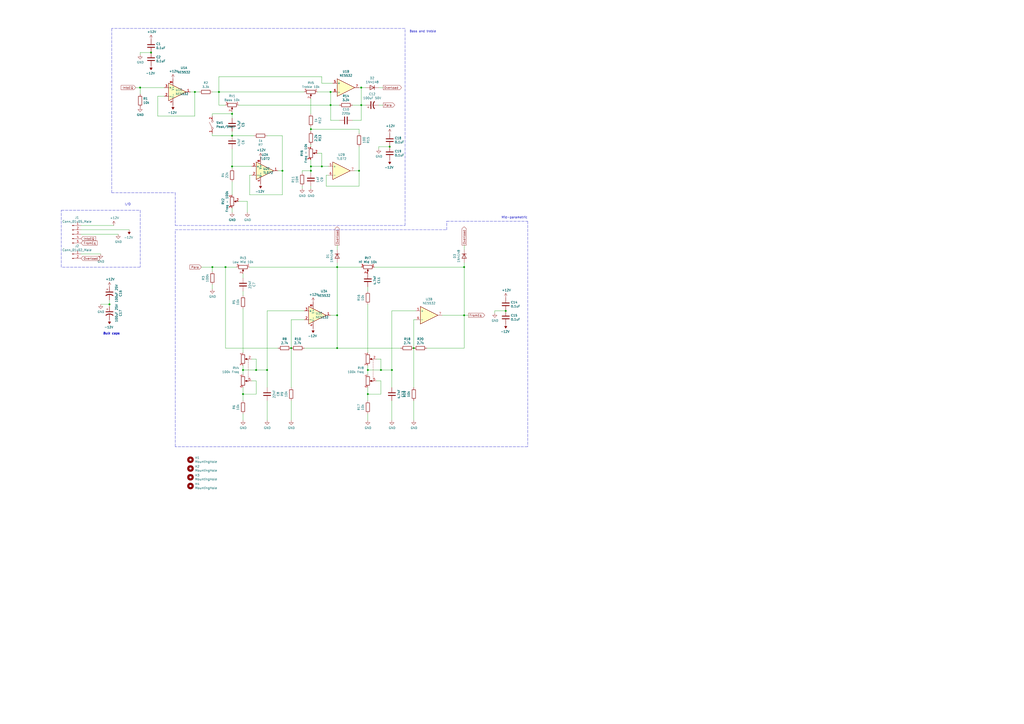
<source format=kicad_sch>
(kicad_sch (version 20200602) (host eeschema "(5.99.0-1918-g94cd0cf3a)")
  (page 1 1)
  (paper "A2")
  (lib_symbols
    (symbol "Amplifier_Operational:NE5532" (pin_names (offset 0.127))
      (property "Reference" "U" (at 0 5.08 0))
      (property "Value" "NE5532" (at 0 -5.08 0))
      (symbol "NE5532_1_1"
        (polyline (pts (xy -5.08 5.08) (xy 5.08 0) (xy -5.08 -5.08) (xy -5.08 5.08)) (stroke (width 0.254)) (fill (type background)))
        (pin output line (at 7.62 0 180) (length 2.54) (name "~") (number "1"))
        (pin input line (at -7.62 -2.54 0) (length 2.54) (name "-") (number "2"))
        (pin input line (at -7.62 2.54 0) (length 2.54) (name "+") (number "3"))
      )
      (symbol "NE5532_2_1"
        (polyline (pts (xy -5.08 5.08) (xy 5.08 0) (xy -5.08 -5.08) (xy -5.08 5.08)) (stroke (width 0.254)) (fill (type background)))
        (pin input line (at -7.62 2.54 0) (length 2.54) (name "+") (number "5"))
        (pin input line (at -7.62 -2.54 0) (length 2.54) (name "-") (number "6"))
        (pin output line (at 7.62 0 180) (length 2.54) (name "~") (number "7"))
      )
      (symbol "NE5532_3_1"
        (pin power_in line (at -2.54 -7.62 90) (length 3.81) (name "V-") (number "4"))
        (pin power_in line (at -2.54 7.62 270) (length 3.81) (name "V+") (number "8"))
      )
    )
    (symbol "Amplifier_Operational:TL072" (pin_names (offset 0.127))
      (property "Reference" "U" (at 0 5.08 0))
      (property "Value" "TL072" (at 0 -5.08 0))
      (symbol "TL072_1_1"
        (polyline (pts (xy -5.08 5.08) (xy 5.08 0) (xy -5.08 -5.08) (xy -5.08 5.08)) (stroke (width 0.254)) (fill (type background)))
        (pin output line (at 7.62 0 180) (length 2.54) (name "~") (number "1"))
        (pin input line (at -7.62 -2.54 0) (length 2.54) (name "-") (number "2"))
        (pin input line (at -7.62 2.54 0) (length 2.54) (name "+") (number "3"))
      )
      (symbol "TL072_2_1"
        (polyline (pts (xy -5.08 5.08) (xy 5.08 0) (xy -5.08 -5.08) (xy -5.08 5.08)) (stroke (width 0.254)) (fill (type background)))
        (pin input line (at -7.62 2.54 0) (length 2.54) (name "+") (number "5"))
        (pin input line (at -7.62 -2.54 0) (length 2.54) (name "-") (number "6"))
        (pin output line (at 7.62 0 180) (length 2.54) (name "~") (number "7"))
      )
      (symbol "TL072_3_1"
        (pin power_in line (at -2.54 -7.62 90) (length 3.81) (name "V-") (number "4"))
        (pin power_in line (at -2.54 7.62 270) (length 3.81) (name "V+") (number "8"))
      )
    )
    (symbol "Connector:Conn_01x02_Male" (pin_names hide)
      (property "Reference" "J" (at 0 2.54 0))
      (property "Value" "Conn_01x02_Male" (at 0 -5.08 0))
      (symbol "Conn_01x02_Male_1_1"
        (rectangle (start 0.8636 -2.413) (end 0 -2.667) (stroke (width 0.1524)) (fill (type outline)))
        (rectangle (start 0.8636 0.127) (end 0 -0.127) (stroke (width 0.1524)) (fill (type outline)))
        (polyline (pts (xy 1.27 -2.54) (xy 0.8636 -2.54)) (stroke (width 0.1524)))
        (polyline (pts (xy 1.27 0) (xy 0.8636 0)) (stroke (width 0.1524)))
        (pin passive line (at 5.08 0 180) (length 3.81) (name "Pin_1") (number "1"))
        (pin passive line (at 5.08 -2.54 180) (length 3.81) (name "Pin_2") (number "2"))
      )
    )
    (symbol "Connector:Conn_01x05_Male" (pin_names hide)
      (property "Reference" "J" (at 0 7.62 0))
      (property "Value" "Conn_01x05_Male" (at 0 -7.62 0))
      (symbol "Conn_01x05_Male_1_1"
        (rectangle (start 0.8636 -4.953) (end 0 -5.207) (stroke (width 0.1524)) (fill (type outline)))
        (rectangle (start 0.8636 -2.413) (end 0 -2.667) (stroke (width 0.1524)) (fill (type outline)))
        (rectangle (start 0.8636 0.127) (end 0 -0.127) (stroke (width 0.1524)) (fill (type outline)))
        (rectangle (start 0.8636 2.667) (end 0 2.413) (stroke (width 0.1524)) (fill (type outline)))
        (rectangle (start 0.8636 5.207) (end 0 4.953) (stroke (width 0.1524)) (fill (type outline)))
        (polyline (pts (xy 1.27 -5.08) (xy 0.8636 -5.08)) (stroke (width 0.1524)))
        (polyline (pts (xy 1.27 -2.54) (xy 0.8636 -2.54)) (stroke (width 0.1524)))
        (polyline (pts (xy 1.27 0) (xy 0.8636 0)) (stroke (width 0.1524)))
        (polyline (pts (xy 1.27 2.54) (xy 0.8636 2.54)) (stroke (width 0.1524)))
        (polyline (pts (xy 1.27 5.08) (xy 0.8636 5.08)) (stroke (width 0.1524)))
        (pin passive line (at 5.08 5.08 180) (length 3.81) (name "Pin_1") (number "1"))
        (pin passive line (at 5.08 2.54 180) (length 3.81) (name "Pin_2") (number "2"))
        (pin passive line (at 5.08 0 180) (length 3.81) (name "Pin_3") (number "3"))
        (pin passive line (at 5.08 -2.54 180) (length 3.81) (name "Pin_4") (number "4"))
        (pin passive line (at 5.08 -5.08 180) (length 3.81) (name "Pin_5") (number "5"))
      )
    )
    (symbol "Device:C" (pin_numbers hide) (pin_names (offset 0.254))
      (property "Reference" "C" (at 0.635 2.54 0))
      (property "Value" "C" (at 0.635 -2.54 0))
      (symbol "C_0_1"
        (polyline (pts (xy -2.032 -0.762) (xy 2.032 -0.762)) (stroke (width 0.508)))
        (polyline (pts (xy -2.032 0.762) (xy 2.032 0.762)) (stroke (width 0.508)))
      )
      (symbol "C_1_1"
        (pin passive line (at 0 3.81 270) (length 2.794) (name "~") (number "1"))
        (pin passive line (at 0 -3.81 90) (length 2.794) (name "~") (number "2"))
      )
    )
    (symbol "Device:CP1" (pin_numbers hide) (pin_names (offset 0.254) hide)
      (property "Reference" "C" (at 0.635 2.54 0))
      (property "Value" "CP1" (at 0.635 -2.54 0))
      (symbol "CP1_0_1"
        (arc (start -2.032 -1.27) (end 2.032 -1.27) (radius (at 0 -3.81) (length 3.2512) (angles 128.7 51.3)) (stroke (width 0.508)))
        (polyline (pts (xy -2.032 0.762) (xy 2.032 0.762)) (stroke (width 0.508)))
        (polyline (pts (xy -1.778 2.286) (xy -0.762 2.286)))
        (polyline (pts (xy -1.27 1.778) (xy -1.27 2.794)))
      )
      (symbol "CP1_1_1"
        (pin passive line (at 0 3.81 270) (length 2.794) (name "~") (number "1"))
        (pin passive line (at 0 -3.81 90) (length 3.302) (name "~") (number "2"))
      )
    )
    (symbol "Device:R" (pin_numbers hide) (pin_names (offset 0))
      (property "Reference" "R" (at 2.032 0 90))
      (property "Value" "R" (at 0 0 90))
      (symbol "R_0_1"
        (rectangle (start -1.016 -2.54) (end 1.016 2.54) (stroke (width 0.254)))
      )
      (symbol "R_1_1"
        (pin passive line (at 0 3.81 270) (length 1.27) (name "~") (number "1"))
        (pin passive line (at 0 -3.81 90) (length 1.27) (name "~") (number "2"))
      )
    )
    (symbol "Device:R_POT" (pin_names hide)
      (property "Reference" "RV" (at -4.445 0 90))
      (property "Value" "R_POT" (at -2.54 0 90))
      (symbol "R_POT_0_1"
        (rectangle (start 1.016 2.54) (end -1.016 -2.54) (stroke (width 0.254)))
        (polyline (pts (xy 2.54 0) (xy 1.524 0)))
        (polyline (pts (xy 1.143 0) (xy 2.286 0.508) (xy 2.286 -0.508) (xy 1.143 0)) (fill (type outline)))
      )
      (symbol "R_POT_1_1"
        (pin passive line (at 0 3.81 270) (length 1.27) (name "1") (number "1"))
        (pin passive line (at 3.81 0 180) (length 1.27) (name "2") (number "2"))
        (pin passive line (at 0 -3.81 90) (length 1.27) (name "3") (number "3"))
      )
    )
    (symbol "Device:R_POT_Dual" (pin_names hide)
      (property "Reference" "RV" (at 0 3.81 0))
      (property "Value" "R_POT_Dual" (at 0 1.905 0))
      (symbol "R_POT_Dual_0_1"
        (rectangle (start -8.89 -1.524) (end -3.81 -3.556) (stroke (width 0.254)))
        (rectangle (start 3.81 -1.524) (end 8.89 -3.556) (stroke (width 0.254)))
        (polyline (pts (xy -6.35 0) (xy -6.35 -1.016)))
        (polyline (pts (xy -6.35 0) (xy -6.35 -1.016)))
        (polyline (pts (xy -6.35 0) (xy -5.842 0.508)))
        (polyline (pts (xy -5.588 0.508) (xy -5.08 0.508)))
        (polyline (pts (xy -4.572 0.508) (xy -4.064 0.508)))
        (polyline (pts (xy -3.556 0.508) (xy -3.048 0.508)))
        (polyline (pts (xy -2.54 0.508) (xy -2.032 0.508)))
        (polyline (pts (xy -1.524 0.508) (xy -1.016 0.508)))
        (polyline (pts (xy -0.508 0.508) (xy 0 0.508)))
        (polyline (pts (xy 0.508 0.508) (xy 1.016 0.508)))
        (polyline (pts (xy 1.524 0.508) (xy 2.032 0.508)))
        (polyline (pts (xy 2.54 0.508) (xy 3.048 0.508)))
        (polyline (pts (xy 3.556 0.508) (xy 4.064 0.508)))
        (polyline (pts (xy 4.572 0.508) (xy 5.08 0.508)))
        (polyline (pts (xy 5.588 0.508) (xy 6.096 0.508)))
        (polyline (pts (xy 6.35 0) (xy 6.35 -1.016)))
        (polyline (pts (xy 6.35 0) (xy 6.35 -1.016)))
        (polyline (pts (xy 6.604 0.508) (xy 6.858 0.508) (xy 6.35 0)))
        (polyline (pts (xy -6.35 -1.397) (xy -6.858 -0.254) (xy -5.842 -0.254) (xy -6.35 -1.397)) (fill (type outline)))
        (polyline (pts (xy 6.35 -1.397) (xy 5.842 -0.254) (xy 6.858 -0.254) (xy 6.35 -1.397)) (fill (type outline)))
      )
      (symbol "R_POT_Dual_1_1"
        (pin passive line (at -10.16 -2.54 0) (length 1.27) (name "1") (number "1"))
        (pin passive line (at -6.35 2.54 270) (length 2.54) (name "2") (number "2"))
        (pin passive line (at -2.54 -2.54 180) (length 1.27) (name "3") (number "3"))
        (pin passive line (at 2.54 -2.54 0) (length 1.27) (name "4") (number "4"))
        (pin passive line (at 6.35 2.54 270) (length 2.54) (name "5") (number "5"))
        (pin passive line (at 10.16 -2.54 180) (length 1.27) (name "6") (number "6"))
      )
    )
    (symbol "Diode:1N4148" (pin_numbers hide) (pin_names hide)
      (property "Reference" "D" (at 0 2.54 0))
      (property "Value" "1N4148" (at 0 -2.54 0))
      (symbol "1N4148_0_1"
        (polyline (pts (xy -1.27 1.27) (xy -1.27 -1.27)) (stroke (width 0.254)))
        (polyline (pts (xy 1.27 0) (xy -1.27 0)))
        (polyline (pts (xy 1.27 1.27) (xy 1.27 -1.27) (xy -1.27 0) (xy 1.27 1.27)) (stroke (width 0.254)))
      )
      (symbol "1N4148_1_1"
        (pin passive line (at -3.81 0 0) (length 2.54) (name "K") (number "1"))
        (pin passive line (at 3.81 0 180) (length 2.54) (name "A") (number "2"))
      )
    )
    (symbol "Mechanical:MountingHole"
      (property "Reference" "H" (at 0 5.08 0))
      (property "Value" "MountingHole" (at 0 3.175 0))
      (symbol "MountingHole_0_1"
        (circle (center 0 0) (radius 1.27) (stroke (width 1.27)))
      )
    )
    (symbol "Switch:SW_SPST" (pin_names (offset 0) hide)
      (property "Reference" "SW" (at 0 3.175 0))
      (property "Value" "SW_SPST" (at 0 -2.54 0))
      (symbol "SW_SPST_0_0"
        (circle (center -2.032 0) (radius 0.508))
        (circle (center 2.032 0) (radius 0.508))
        (polyline (pts (xy -1.524 0.254) (xy 1.524 1.778)))
      )
      (symbol "SW_SPST_1_1"
        (pin passive line (at -5.08 0 0) (length 2.54) (name "A") (number "1"))
        (pin passive line (at 5.08 0 180) (length 2.54) (name "B") (number "2"))
      )
    )
    (symbol "power:+12V" (power) (pin_names (offset 0))
      (property "Value" "+12V" (at 0 3.556 0))
      (symbol "+12V_0_1"
        (polyline (pts (xy -0.762 1.27) (xy 0 2.54)))
        (polyline (pts (xy 0 0) (xy 0 2.54)))
        (polyline (pts (xy 0 2.54) (xy 0.762 1.27)))
      )
      (symbol "+12V_1_1"
        (pin power_in line (at 0 0 90) (length 0) hide (name "+12V") (number "1"))
      )
    )
    (symbol "power:-12V" (power) (pin_names (offset 0))
      (property "Value" "-12V" (at 0 3.81 0))
      (symbol "-12V_0_1"
        (polyline (pts (xy 0 0) (xy 0 1.27) (xy 0.762 1.27) (xy 0 2.54) (xy -0.762 1.27) (xy 0 1.27)) (fill (type outline)))
      )
      (symbol "-12V_0_0"
        (pin power_in line (at 0 0 90) (length 0) hide (name "-12V") (number "1"))
      )
    )
    (symbol "power:GND" (power) (pin_names (offset 0))
      (property "Value" "GND" (at 0 -3.81 0))
      (symbol "GND_0_1"
        (polyline (pts (xy 0 0) (xy 0 -1.27) (xy 1.27 -1.27) (xy 0 -2.54) (xy -1.27 -1.27) (xy 0 -1.27)))
      )
      (symbol "GND_1_1"
        (pin power_in line (at 0 0 270) (length 0) hide (name "GND") (number "1"))
      )
    )
  )
  (junction (at 63.5 176.53))
  (junction (at 81.28 50.8))
  (junction (at 87.63 30.48))
  (junction (at 113.03 53.34))
  (junction (at 123.19 154.94))
  (junction (at 127 53.34))
  (junction (at 130.81 154.94))
  (junction (at 134.62 66.04))
  (junction (at 134.62 78.74))
  (junction (at 134.62 96.52))
  (junction (at 140.97 214.63))
  (junction (at 140.97 228.6))
  (junction (at 148.59 214.63))
  (junction (at 154.94 214.63))
  (junction (at 163.83 99.06))
  (junction (at 168.91 201.93))
  (junction (at 180.34 74.93))
  (junction (at 180.34 96.52))
  (junction (at 180.34 99.06))
  (junction (at 186.69 96.52))
  (junction (at 191.77 53.34))
  (junction (at 191.77 60.96))
  (junction (at 195.58 154.94))
  (junction (at 195.58 182.88))
  (junction (at 195.58 201.93))
  (junction (at 208.28 99.06))
  (junction (at 209.55 50.8))
  (junction (at 209.55 60.96))
  (junction (at 213.36 214.63))
  (junction (at 213.36 228.6))
  (junction (at 220.98 214.63))
  (junction (at 226.06 85.09))
  (junction (at 227.33 214.63))
  (junction (at 240.03 201.93))
  (junction (at 269.24 154.94))
  (junction (at 269.24 182.88))
  (junction (at 293.37 180.34))
  (wire (pts (xy 46.99 130.81) (xy 66.04 130.81)))
  (wire (pts (xy 46.99 133.35) (xy 74.93 133.35)))
  (wire (pts (xy 46.99 135.89) (xy 68.58 135.89)))
  (wire (pts (xy 58.42 147.32) (xy 46.99 147.32)))
  (wire (pts (xy 63.5 173.99) (xy 63.5 176.53)))
  (wire (pts (xy 63.5 176.53) (xy 58.42 176.53)))
  (wire (pts (xy 63.5 176.53) (xy 63.5 177.8)))
  (wire (pts (xy 78.74 50.8) (xy 81.28 50.8)))
  (wire (pts (xy 81.28 30.48) (xy 81.28 31.75)))
  (wire (pts (xy 81.28 50.8) (xy 95.25 50.8)))
  (wire (pts (xy 81.28 54.61) (xy 81.28 50.8)))
  (wire (pts (xy 87.63 30.48) (xy 81.28 30.48)))
  (wire (pts (xy 91.44 55.88) (xy 91.44 67.31)))
  (wire (pts (xy 91.44 67.31) (xy 113.03 67.31)))
  (wire (pts (xy 95.25 55.88) (xy 91.44 55.88)))
  (wire (pts (xy 113.03 53.34) (xy 110.49 53.34)))
  (wire (pts (xy 113.03 67.31) (xy 113.03 53.34)))
  (wire (pts (xy 115.57 53.34) (xy 113.03 53.34)))
  (wire (pts (xy 116.84 154.94) (xy 123.19 154.94)))
  (wire (pts (xy 123.19 66.04) (xy 134.62 66.04)))
  (wire (pts (xy 123.19 67.31) (xy 123.19 66.04)))
  (wire (pts (xy 123.19 77.47) (xy 123.19 78.74)))
  (wire (pts (xy 123.19 78.74) (xy 134.62 78.74)))
  (wire (pts (xy 123.19 154.94) (xy 123.19 157.48)))
  (wire (pts (xy 123.19 154.94) (xy 130.81 154.94)))
  (wire (pts (xy 123.19 167.64) (xy 123.19 165.1)))
  (wire (pts (xy 127 44.45) (xy 186.69 44.45)))
  (wire (pts (xy 127 53.34) (xy 123.19 53.34)))
  (wire (pts (xy 127 53.34) (xy 127 44.45)))
  (wire (pts (xy 127 53.34) (xy 127 60.96)))
  (wire (pts (xy 127 53.34) (xy 176.53 53.34)))
  (wire (pts (xy 130.81 60.96) (xy 127 60.96)))
  (wire (pts (xy 130.81 154.94) (xy 130.81 201.93)))
  (wire (pts (xy 130.81 154.94) (xy 137.16 154.94)))
  (wire (pts (xy 134.62 66.04) (xy 134.62 64.77)))
  (wire (pts (xy 134.62 68.58) (xy 134.62 66.04)))
  (wire (pts (xy 134.62 78.74) (xy 134.62 76.2)))
  (wire (pts (xy 134.62 78.74) (xy 147.32 78.74)))
  (wire (pts (xy 134.62 86.36) (xy 134.62 96.52)))
  (wire (pts (xy 134.62 96.52) (xy 134.62 97.79)))
  (wire (pts (xy 134.62 96.52) (xy 146.05 96.52)))
  (wire (pts (xy 134.62 113.03) (xy 134.62 105.41)))
  (wire (pts (xy 134.62 120.65) (xy 134.62 123.19)))
  (wire (pts (xy 138.43 60.96) (xy 191.77 60.96)))
  (wire (pts (xy 138.43 116.84) (xy 143.51 116.84)))
  (wire (pts (xy 140.97 161.29) (xy 140.97 158.75)))
  (wire (pts (xy 140.97 171.45) (xy 140.97 168.91)))
  (wire (pts (xy 140.97 179.07) (xy 140.97 204.47)))
  (wire (pts (xy 140.97 214.63) (xy 140.97 212.09)))
  (wire (pts (xy 140.97 214.63) (xy 148.59 214.63)))
  (wire (pts (xy 140.97 217.17) (xy 140.97 214.63)))
  (wire (pts (xy 140.97 224.79) (xy 140.97 228.6)))
  (wire (pts (xy 140.97 228.6) (xy 140.97 232.41)))
  (wire (pts (xy 140.97 228.6) (xy 148.59 228.6)))
  (wire (pts (xy 140.97 243.84) (xy 140.97 240.03)))
  (wire (pts (xy 143.51 116.84) (xy 143.51 123.19)))
  (wire (pts (xy 144.78 113.03) (xy 144.78 101.6)))
  (wire (pts (xy 144.78 113.03) (xy 163.83 113.03)))
  (wire (pts (xy 144.78 154.94) (xy 195.58 154.94)))
  (wire (pts (xy 146.05 101.6) (xy 144.78 101.6)))
  (wire (pts (xy 148.59 208.28) (xy 146.05 208.28)))
  (wire (pts (xy 148.59 214.63) (xy 148.59 208.28)))
  (wire (pts (xy 148.59 214.63) (xy 154.94 214.63)))
  (wire (pts (xy 148.59 220.98) (xy 146.05 220.98)))
  (wire (pts (xy 148.59 228.6) (xy 148.59 220.98)))
  (wire (pts (xy 154.94 78.74) (xy 163.83 78.74)))
  (wire (pts (xy 154.94 180.34) (xy 176.53 180.34)))
  (wire (pts (xy 154.94 214.63) (xy 154.94 180.34)))
  (wire (pts (xy 154.94 214.63) (xy 154.94 224.79)))
  (wire (pts (xy 154.94 243.84) (xy 154.94 232.41)))
  (wire (pts (xy 161.29 201.93) (xy 130.81 201.93)))
  (wire (pts (xy 163.83 78.74) (xy 163.83 99.06)))
  (wire (pts (xy 163.83 99.06) (xy 161.29 99.06)))
  (wire (pts (xy 163.83 113.03) (xy 163.83 99.06)))
  (wire (pts (xy 168.91 185.42) (xy 176.53 185.42)))
  (wire (pts (xy 168.91 201.93) (xy 168.91 185.42)))
  (wire (pts (xy 168.91 201.93) (xy 168.91 224.79)))
  (wire (pts (xy 168.91 243.84) (xy 168.91 232.41)))
  (wire (pts (xy 175.26 99.06) (xy 180.34 99.06)))
  (wire (pts (xy 175.26 100.33) (xy 175.26 99.06)))
  (wire (pts (xy 175.26 109.22) (xy 175.26 107.95)))
  (wire (pts (xy 176.53 201.93) (xy 195.58 201.93)))
  (wire (pts (xy 180.34 66.04) (xy 180.34 57.15)))
  (wire (pts (xy 180.34 73.66) (xy 180.34 74.93)))
  (wire (pts (xy 180.34 74.93) (xy 180.34 76.2)))
  (wire (pts (xy 180.34 74.93) (xy 208.28 74.93)))
  (wire (pts (xy 180.34 83.82) (xy 180.34 85.09)))
  (wire (pts (xy 180.34 92.71) (xy 180.34 96.52)))
  (wire (pts (xy 180.34 96.52) (xy 186.69 96.52)))
  (wire (pts (xy 180.34 99.06) (xy 180.34 96.52)))
  (wire (pts (xy 180.34 99.06) (xy 180.34 100.33)))
  (wire (pts (xy 180.34 109.22) (xy 180.34 107.95)))
  (wire (pts (xy 184.15 53.34) (xy 191.77 53.34)))
  (wire (pts (xy 184.15 88.9) (xy 186.69 88.9)))
  (wire (pts (xy 186.69 44.45) (xy 186.69 48.26)))
  (wire (pts (xy 186.69 48.26) (xy 193.04 48.26)))
  (wire (pts (xy 186.69 88.9) (xy 186.69 96.52)))
  (wire (pts (xy 186.69 96.52) (xy 190.5 96.52)))
  (wire (pts (xy 189.23 101.6) (xy 189.23 107.95)))
  (wire (pts (xy 189.23 107.95) (xy 208.28 107.95)))
  (wire (pts (xy 190.5 101.6) (xy 189.23 101.6)))
  (wire (pts (xy 191.77 53.34) (xy 193.04 53.34)))
  (wire (pts (xy 191.77 60.96) (xy 191.77 53.34)))
  (wire (pts (xy 191.77 69.85) (xy 191.77 60.96)))
  (wire (pts (xy 195.58 142.24) (xy 195.58 144.78)))
  (wire (pts (xy 195.58 154.94) (xy 195.58 152.4)))
  (wire (pts (xy 195.58 154.94) (xy 195.58 182.88)))
  (wire (pts (xy 195.58 154.94) (xy 209.55 154.94)))
  (wire (pts (xy 195.58 182.88) (xy 191.77 182.88)))
  (wire (pts (xy 195.58 182.88) (xy 195.58 201.93)))
  (wire (pts (xy 196.85 60.96) (xy 191.77 60.96)))
  (wire (pts (xy 196.85 69.85) (xy 191.77 69.85)))
  (wire (pts (xy 204.47 60.96) (xy 209.55 60.96)))
  (wire (pts (xy 204.47 69.85) (xy 209.55 69.85)))
  (wire (pts (xy 208.28 74.93) (xy 208.28 77.47)))
  (wire (pts (xy 208.28 85.09) (xy 208.28 99.06)))
  (wire (pts (xy 208.28 99.06) (xy 205.74 99.06)))
  (wire (pts (xy 208.28 107.95) (xy 208.28 99.06)))
  (wire (pts (xy 209.55 50.8) (xy 208.28 50.8)))
  (wire (pts (xy 209.55 60.96) (xy 209.55 50.8)))
  (wire (pts (xy 209.55 69.85) (xy 209.55 60.96)))
  (wire (pts (xy 212.09 50.8) (xy 209.55 50.8)))
  (wire (pts (xy 212.09 60.96) (xy 209.55 60.96)))
  (wire (pts (xy 213.36 168.91) (xy 213.36 166.37)))
  (wire (pts (xy 213.36 204.47) (xy 213.36 176.53)))
  (wire (pts (xy 213.36 214.63) (xy 213.36 212.09)))
  (wire (pts (xy 213.36 214.63) (xy 220.98 214.63)))
  (wire (pts (xy 213.36 217.17) (xy 213.36 214.63)))
  (wire (pts (xy 213.36 224.79) (xy 213.36 228.6)))
  (wire (pts (xy 213.36 228.6) (xy 213.36 232.41)))
  (wire (pts (xy 213.36 228.6) (xy 220.98 228.6)))
  (wire (pts (xy 213.36 243.84) (xy 213.36 240.03)))
  (wire (pts (xy 217.17 154.94) (xy 269.24 154.94)))
  (wire (pts (xy 219.71 85.09) (xy 219.71 86.36)))
  (wire (pts (xy 220.98 208.28) (xy 218.44 208.28)))
  (wire (pts (xy 220.98 214.63) (xy 220.98 208.28)))
  (wire (pts (xy 220.98 214.63) (xy 227.33 214.63)))
  (wire (pts (xy 220.98 220.98) (xy 218.44 220.98)))
  (wire (pts (xy 220.98 228.6) (xy 220.98 220.98)))
  (wire (pts (xy 222.25 50.8) (xy 219.71 50.8)))
  (wire (pts (xy 222.25 60.96) (xy 219.71 60.96)))
  (wire (pts (xy 226.06 85.09) (xy 219.71 85.09)))
  (wire (pts (xy 227.33 180.34) (xy 227.33 214.63)))
  (wire (pts (xy 227.33 214.63) (xy 227.33 224.79)))
  (wire (pts (xy 227.33 243.84) (xy 227.33 232.41)))
  (wire (pts (xy 232.41 201.93) (xy 195.58 201.93)))
  (wire (pts (xy 240.03 185.42) (xy 241.3 185.42)))
  (wire (pts (xy 240.03 201.93) (xy 240.03 185.42)))
  (wire (pts (xy 240.03 201.93) (xy 240.03 224.79)))
  (wire (pts (xy 240.03 243.84) (xy 240.03 232.41)))
  (wire (pts (xy 241.3 180.34) (xy 227.33 180.34)))
  (wire (pts (xy 247.65 201.93) (xy 269.24 201.93)))
  (wire (pts (xy 256.54 182.88) (xy 269.24 182.88)))
  (wire (pts (xy 269.24 142.24) (xy 269.24 144.78)))
  (wire (pts (xy 269.24 154.94) (xy 269.24 152.4)))
  (wire (pts (xy 269.24 182.88) (xy 269.24 154.94)))
  (wire (pts (xy 269.24 201.93) (xy 269.24 182.88)))
  (wire (pts (xy 271.78 182.88) (xy 269.24 182.88)))
  (wire (pts (xy 287.02 180.34) (xy 287.02 181.61)))
  (wire (pts (xy 293.37 180.34) (xy 287.02 180.34)))
  (polyline (pts (xy 35.56 121.92) (xy 81.28 121.92)) (stroke (width 0) (type dash)))
  (polyline (pts (xy 35.56 154.94) (xy 35.56 121.92)) (stroke (width 0) (type dash)))
  (polyline (pts (xy 64.77 16.51) (xy 64.77 111.76)) (stroke (width 0) (type dash)))
  (polyline (pts (xy 64.77 111.76) (xy 101.6 111.76)) (stroke (width 0) (type dash)))
  (polyline (pts (xy 81.28 121.92) (xy 81.28 154.94)) (stroke (width 0) (type dash)))
  (polyline (pts (xy 81.28 154.94) (xy 35.56 154.94)) (stroke (width 0) (type dash)))
  (polyline (pts (xy 101.6 111.76) (xy 101.6 130.81)) (stroke (width 0) (type dash)))
  (polyline (pts (xy 101.6 130.81) (xy 234.95 130.81)) (stroke (width 0) (type dash)))
  (polyline (pts (xy 101.6 133.35) (xy 259.08 133.35)) (stroke (width 0) (type dash)))
  (polyline (pts (xy 101.6 259.08) (xy 101.6 133.35)) (stroke (width 0) (type dash)))
  (polyline (pts (xy 234.95 16.51) (xy 64.77 16.51)) (stroke (width 0) (type dash)))
  (polyline (pts (xy 234.95 130.81) (xy 234.95 16.51)) (stroke (width 0) (type dash)))
  (polyline (pts (xy 259.08 128.27) (xy 306.07 128.27)) (stroke (width 0) (type dash)))
  (polyline (pts (xy 259.08 133.35) (xy 259.08 128.27)) (stroke (width 0) (type dash)))
  (polyline (pts (xy 306.07 128.27) (xy 306.07 259.08)) (stroke (width 0) (type dash)))
  (polyline (pts (xy 306.07 259.08) (xy 101.6 259.08)) (stroke (width 0) (type dash)))
  (text "Bulk caps" (at 59.69 194.31 0) (effects (font (size 1.27 1.27) (thickness 0.254) bold italic) (justify left bottom)))
  (text "I/O" (at 72.39 119.38 0) (effects (font (size 1.27 1.27)) (justify left bottom)))
  (text "Bass and treble" (at 237.49 19.05 0) (effects (font (size 1.27 1.27)) (justify left bottom)))
  (text "Mid-parametric" (at 290.83 127 0) (effects (font (size 1.27 1.27)) (justify left bottom)))
  (global_label "IntoEQ" (shape input) (at 46.99 138.43 0))
  (global_label "FromEq" (shape input) (at 46.99 140.97 0))
  (global_label "Overload" (shape input) (at 46.99 149.86 0))
  (global_label "IntoEQ" (shape input) (at 78.74 50.8 180))
  (global_label "Para" (shape input) (at 116.84 154.94 180))
  (global_label "Overload" (shape output) (at 195.58 142.24 90))
  (global_label "Overload" (shape output) (at 222.25 50.8 0))
  (global_label "Para" (shape output) (at 222.25 60.96 0))
  (global_label "Overload" (shape output) (at 269.24 142.24 90))
  (global_label "FromEq" (shape output) (at 271.78 182.88 0))
  (symbol (lib_id "power:+12V") (at 63.5 166.37 0) (unit 1)
    (property "Reference" "#PWR0132" (effects hide))
    (property "Value" "+12V" (at 63.881 161.9758 0))
  )
  (symbol (lib_id "power:-12V") (at 63.5 185.42 180) (unit 1)
    (property "Reference" "#PWR0133" (effects hide))
    (property "Value" "-12V" (at 63.119 189.8142 0))
  )
  (symbol (lib_id "power:+12V") (at 66.04 130.81 0) (unit 1)
    (property "Reference" "#PWR0104" (effects hide))
    (property "Value" "+12V" (at 66.421 126.4158 0))
  )
  (symbol (lib_id "power:-12V") (at 74.93 133.35 180) (unit 1)
    (property "Reference" "#PWR0105" (effects hide))
    (property "Value" "-12V" (at 74.549 137.7442 0))
  )
  (symbol (lib_id "power:+12V") (at 87.63 22.86 0) (unit 1)
    (property "Reference" "#PWR0102" (effects hide))
    (property "Value" "+12V" (at 88.011 18.4658 0))
  )
  (symbol (lib_id "power:-12V") (at 87.63 38.1 180) (unit 1)
    (property "Reference" "#PWR0103" (effects hide))
    (property "Value" "-12V" (at 87.249 42.4942 0))
  )
  (symbol (lib_id "power:+12V") (at 100.33 45.72 0) (unit 1)
    (property "Reference" "#PWR0107" (effects hide))
    (property "Value" "+12V" (at 100.711 41.3258 0))
  )
  (symbol (lib_id "power:-12V") (at 100.33 60.96 180) (unit 1)
    (property "Reference" "#PWR0108" (effects hide))
    (property "Value" "-12V" (at 99.949 65.3542 0))
  )
  (symbol (lib_id "power:+12V") (at 151.13 91.44 0) (unit 1)
    (property "Reference" "#PWR0114" (effects hide))
    (property "Value" "+12V" (at 151.511 87.0458 0))
  )
  (symbol (lib_id "power:-12V") (at 151.13 106.68 180) (unit 1)
    (property "Reference" "#PWR0115" (effects hide))
    (property "Value" "-12V" (at 150.749 111.0742 0))
  )
  (symbol (lib_id "power:+12V") (at 181.61 175.26 0) (unit 1)
    (property "Reference" "#PWR0124" (effects hide))
    (property "Value" "+12V" (at 181.991 170.8658 0))
  )
  (symbol (lib_id "power:-12V") (at 181.61 190.5 180) (unit 1)
    (property "Reference" "#PWR0125" (effects hide))
    (property "Value" "-12V" (at 181.229 194.8942 0))
  )
  (symbol (lib_id "power:+12V") (at 226.06 77.47 0) (unit 1)
    (property "Reference" "#PWR02" (effects hide))
    (property "Value" "+12V" (at 226.441 73.0758 0))
  )
  (symbol (lib_id "power:-12V") (at 226.06 92.71 180) (unit 1)
    (property "Reference" "#PWR03" (effects hide))
    (property "Value" "-12V" (at 225.679 97.1042 0))
  )
  (symbol (lib_id "power:+12V") (at 293.37 172.72 0) (unit 1)
    (property "Reference" "#PWR0122" (effects hide))
    (property "Value" "+12V" (at 293.751 168.3258 0))
  )
  (symbol (lib_id "power:-12V") (at 293.37 187.96 180) (unit 1)
    (property "Reference" "#PWR0123" (effects hide))
    (property "Value" "-12V" (at 292.989 192.3542 0))
  )
  (symbol (lib_id "power:GND") (at 58.42 147.32 0) (unit 1)
    (property "Reference" "#PWR0110" (effects hide))
    (property "Value" "GND" (at 58.547 151.7142 0))
  )
  (symbol (lib_id "power:GND") (at 58.42 176.53 0) (unit 1)
    (property "Reference" "#PWR0134" (effects hide))
    (property "Value" "GND" (at 58.547 180.9242 0))
  )
  (symbol (lib_id "power:GND") (at 68.58 135.89 0) (unit 1)
    (property "Reference" "#PWR0106" (effects hide))
    (property "Value" "GND" (at 68.707 140.2842 0))
  )
  (symbol (lib_id "power:GND") (at 81.28 31.75 0) (unit 1)
    (property "Reference" "#PWR0101" (effects hide))
    (property "Value" "GND" (at 81.407 36.1442 0))
  )
  (symbol (lib_id "power:GND") (at 81.28 62.23 0) (unit 1)
    (property "Reference" "#PWR0109" (effects hide))
    (property "Value" "GND" (at 81.407 66.6242 0))
  )
  (symbol (lib_id "power:GND") (at 123.19 167.64 0) (unit 1)
    (property "Reference" "#PWR0120" (effects hide))
    (property "Value" "GND" (at 123.317 172.0342 0))
  )
  (symbol (lib_id "power:GND") (at 134.62 123.19 0) (unit 1)
    (property "Reference" "#PWR0116" (effects hide))
    (property "Value" "GND" (at 134.747 127.5842 0))
  )
  (symbol (lib_id "power:GND") (at 140.97 243.84 0) (unit 1)
    (property "Reference" "#PWR0126" (effects hide))
    (property "Value" "GND" (at 141.097 248.2342 0))
  )
  (symbol (lib_id "power:GND") (at 143.51 123.19 0) (unit 1)
    (property "Reference" "#PWR0117" (effects hide))
    (property "Value" "GND" (at 143.637 127.5842 0))
  )
  (symbol (lib_id "power:GND") (at 154.94 243.84 0) (unit 1)
    (property "Reference" "#PWR0127" (effects hide))
    (property "Value" "GND" (at 155.067 248.2342 0))
  )
  (symbol (lib_id "power:GND") (at 168.91 243.84 0) (unit 1)
    (property "Reference" "#PWR0128" (effects hide))
    (property "Value" "GND" (at 169.037 248.2342 0))
  )
  (symbol (lib_id "power:GND") (at 175.26 109.22 0) (unit 1)
    (property "Reference" "#PWR0118" (effects hide))
    (property "Value" "GND" (at 175.387 113.6142 0))
  )
  (symbol (lib_id "power:GND") (at 180.34 109.22 0) (unit 1)
    (property "Reference" "#PWR0119" (effects hide))
    (property "Value" "GND" (at 180.467 113.6142 0))
  )
  (symbol (lib_id "power:GND") (at 213.36 243.84 0) (unit 1)
    (property "Reference" "#PWR0129" (effects hide))
    (property "Value" "GND" (at 213.487 248.2342 0))
  )
  (symbol (lib_id "power:GND") (at 219.71 86.36 0) (unit 1)
    (property "Reference" "#PWR01" (effects hide))
    (property "Value" "GND" (at 219.837 90.7542 0))
  )
  (symbol (lib_id "power:GND") (at 227.33 243.84 0) (unit 1)
    (property "Reference" "#PWR0130" (effects hide))
    (property "Value" "GND" (at 227.457 248.2342 0))
  )
  (symbol (lib_id "power:GND") (at 240.03 243.84 0) (unit 1)
    (property "Reference" "#PWR0131" (effects hide))
    (property "Value" "GND" (at 240.157 248.2342 0))
  )
  (symbol (lib_id "power:GND") (at 287.02 181.61 0) (unit 1)
    (property "Reference" "#PWR0121" (effects hide))
    (property "Value" "GND" (at 287.147 186.0042 0))
  )
  (symbol (lib_id "Mechanical:MountingHole") (at 110.49 266.7 0) (unit 1)
    (property "Reference" "H1" (at 113.03 265.5316 0) (effects (justify left)))
    (property "Value" "MountingHole" (at 113.03 267.843 0) (effects (justify left)))
    (property "Footprint" "MountingHole:MountingHole_3.2mm_M3_ISO7380" (effects hide))
  )
  (symbol (lib_id "Mechanical:MountingHole") (at 110.49 271.78 0) (unit 1)
    (property "Reference" "H2" (at 113.03 270.6116 0) (effects (justify left)))
    (property "Value" "MountingHole" (at 113.03 272.923 0) (effects (justify left)))
    (property "Footprint" "MountingHole:MountingHole_3.2mm_M3_ISO7380" (effects hide))
  )
  (symbol (lib_id "Mechanical:MountingHole") (at 110.49 276.86 0) (unit 1)
    (property "Reference" "H3" (at 113.03 275.6916 0) (effects (justify left)))
    (property "Value" "MountingHole" (at 113.03 278.003 0) (effects (justify left)))
    (property "Footprint" "MountingHole:MountingHole_3.2mm_M3_ISO7380" (effects hide))
  )
  (symbol (lib_id "Mechanical:MountingHole") (at 110.49 281.94 0) (unit 1)
    (property "Reference" "H4" (at 113.03 280.7716 0) (effects (justify left)))
    (property "Value" "MountingHole" (at 113.03 283.083 0) (effects (justify left)))
    (property "Footprint" "MountingHole:MountingHole_3.2mm_M3_ISO7380" (effects hide))
  )
  (symbol (lib_id "Device:R") (at 81.28 58.42 0) (unit 1)
    (property "Reference" "R1" (at 83.058 57.2516 0) (effects (justify left)))
    (property "Value" "10k" (at 83.058 59.563 0) (effects (justify left)))
    (property "Footprint" "Resistor_SMD:R_0805_2012Metric_Pad1.15x1.40mm_HandSolder" (effects hide))
  )
  (symbol (lib_id "Device:R") (at 119.38 53.34 270) (unit 1)
    (property "Reference" "R2" (at 119.38 48.0822 90))
    (property "Value" "3.3k" (at 119.38 50.3936 90))
    (property "Footprint" "Resistor_SMD:R_0805_2012Metric_Pad1.15x1.40mm_HandSolder" (effects hide))
  )
  (symbol (lib_id "Device:R") (at 123.19 161.29 0) (unit 1)
    (property "Reference" "R3" (at 117.9322 161.29 90))
    (property "Value" "100k" (at 120.2436 161.29 90))
    (property "Footprint" "Resistor_SMD:R_0805_2012Metric_Pad1.15x1.40mm_HandSolder" (effects hide))
  )
  (symbol (lib_id "Device:R") (at 134.62 101.6 0) (unit 1)
    (property "Reference" "R4" (at 129.3622 101.6 90))
    (property "Value" "22k" (at 131.6736 101.6 90))
    (property "Footprint" "Resistor_SMD:R_0805_2012Metric_Pad1.15x1.40mm_HandSolder" (effects hide))
  )
  (symbol (lib_id "Device:R") (at 140.97 175.26 0) (unit 1)
    (property "Reference" "R5" (at 135.7122 175.26 90))
    (property "Value" "10k" (at 138.0236 175.26 90))
    (property "Footprint" "Resistor_SMD:R_0805_2012Metric_Pad1.15x1.40mm_HandSolder" (effects hide))
  )
  (symbol (lib_id "Device:R") (at 140.97 236.22 0) (unit 1)
    (property "Reference" "R6" (at 135.7122 236.22 90))
    (property "Value" "10k" (at 138.0236 236.22 90))
    (property "Footprint" "Resistor_SMD:R_0805_2012Metric_Pad1.15x1.40mm_HandSolder" (effects hide))
  )
  (symbol (lib_id "Device:R") (at 151.13 78.74 90) (unit 1)
    (property "Reference" "R7" (at 151.13 83.9978 90))
    (property "Value" "1k" (at 151.13 81.6864 90))
    (property "Footprint" "Resistor_SMD:R_0805_2012Metric_Pad1.15x1.40mm_HandSolder" (effects hide))
  )
  (symbol (lib_id "Device:R") (at 165.1 201.93 270) (unit 1)
    (property "Reference" "R8" (at 165.1 196.6722 90))
    (property "Value" "2.7k" (at 165.1 198.9836 90))
    (property "Footprint" "Resistor_SMD:R_0805_2012Metric_Pad1.15x1.40mm_HandSolder" (effects hide))
  )
  (symbol (lib_id "Device:R") (at 168.91 228.6 0) (unit 1)
    (property "Reference" "R9" (at 163.6522 228.6 90))
    (property "Value" "10k" (at 165.9636 228.6 90))
    (property "Footprint" "Resistor_SMD:R_0805_2012Metric_Pad1.15x1.40mm_HandSolder" (effects hide))
  )
  (symbol (lib_id "Device:R") (at 172.72 201.93 270) (unit 1)
    (property "Reference" "R10" (at 172.72 196.6722 90))
    (property "Value" "2.7k" (at 172.72 198.9836 90))
    (property "Footprint" "Resistor_SMD:R_0805_2012Metric_Pad1.15x1.40mm_HandSolder" (effects hide))
  )
  (symbol (lib_id "Device:R") (at 175.26 104.14 0) (unit 1)
    (property "Reference" "R11" (at 170.0022 104.14 90))
    (property "Value" "10M" (at 172.3136 104.14 90))
    (property "Footprint" "Resistor_SMD:R_0805_2012Metric_Pad1.15x1.40mm_HandSolder" (effects hide))
  )
  (symbol (lib_id "Device:R") (at 180.34 69.85 180) (unit 1)
    (property "Reference" "R12" (at 185.5978 69.85 90))
    (property "Value" "1k" (at 183.2864 69.85 90))
    (property "Footprint" "Resistor_SMD:R_0805_2012Metric_Pad1.15x1.40mm_HandSolder" (effects hide))
  )
  (symbol (lib_id "Device:R") (at 180.34 80.01 180) (unit 1)
    (property "Reference" "R13" (at 185.5978 80.01 90))
    (property "Value" "2.2k" (at 183.2864 80.01 90))
    (property "Footprint" "Resistor_SMD:R_0805_2012Metric_Pad1.15x1.40mm_HandSolder" (effects hide))
  )
  (symbol (lib_id "Device:R") (at 200.66 60.96 270) (unit 1)
    (property "Reference" "R14" (at 200.66 55.7022 90))
    (property "Value" "3.3k" (at 200.66 58.0136 90))
    (property "Footprint" "Resistor_SMD:R_0805_2012Metric_Pad1.15x1.40mm_HandSolder" (effects hide))
  )
  (symbol (lib_id "Device:R") (at 208.28 81.28 180) (unit 1)
    (property "Reference" "R15" (at 213.5378 81.28 90))
    (property "Value" "100" (at 211.2264 81.28 90))
    (property "Footprint" "Resistor_SMD:R_0805_2012Metric_Pad1.15x1.40mm_HandSolder" (effects hide))
  )
  (symbol (lib_id "Device:R") (at 213.36 172.72 0) (unit 1)
    (property "Reference" "R16" (at 208.1022 172.72 90))
    (property "Value" "10k" (at 210.4136 172.72 90))
    (property "Footprint" "Resistor_SMD:R_0805_2012Metric_Pad1.15x1.40mm_HandSolder" (effects hide))
  )
  (symbol (lib_id "Device:R") (at 213.36 236.22 0) (unit 1)
    (property "Reference" "R17" (at 208.1022 236.22 90))
    (property "Value" "10k" (at 210.4136 236.22 90))
    (property "Footprint" "Resistor_SMD:R_0805_2012Metric_Pad1.15x1.40mm_HandSolder" (effects hide))
  )
  (symbol (lib_id "Device:R") (at 236.22 201.93 270) (unit 1)
    (property "Reference" "R18" (at 236.22 196.6722 90))
    (property "Value" "2.7k" (at 236.22 198.9836 90))
    (property "Footprint" "Resistor_SMD:R_0805_2012Metric_Pad1.15x1.40mm_HandSolder" (effects hide))
  )
  (symbol (lib_id "Device:R") (at 240.03 228.6 0) (unit 1)
    (property "Reference" "R19" (at 234.7722 228.6 90))
    (property "Value" "10k" (at 237.0836 228.6 90))
    (property "Footprint" "Resistor_SMD:R_0805_2012Metric_Pad1.15x1.40mm_HandSolder" (effects hide))
  )
  (symbol (lib_id "Device:R") (at 243.84 201.93 270) (unit 1)
    (property "Reference" "R20" (at 243.84 196.6722 90))
    (property "Value" "2.7k" (at 243.84 198.9836 90))
    (property "Footprint" "Resistor_SMD:R_0805_2012Metric_Pad1.15x1.40mm_HandSolder" (effects hide))
  )
  (symbol (lib_id "Diode:1N4148") (at 195.58 148.59 270) (unit 1)
    (property "Reference" "D1" (at 190.0936 148.59 0))
    (property "Value" "1N4148" (at 192.405 148.59 0))
    (property "Footprint" "Diode_SMD:D_SOD-123" (effects hide))
    (property "Datasheet" "https://assets.nexperia.com/documents/data-sheet/1N4148_1N4448.pdf" (effects hide))
  )
  (symbol (lib_id "Diode:1N4148") (at 215.9 50.8 180) (unit 1)
    (property "Reference" "D2" (at 215.9 45.3136 0))
    (property "Value" "1N4148" (at 215.9 47.625 0))
    (property "Footprint" "Diode_SMD:D_SOD-123" (effects hide))
    (property "Datasheet" "https://assets.nexperia.com/documents/data-sheet/1N4148_1N4448.pdf" (effects hide))
  )
  (symbol (lib_id "Diode:1N4148") (at 269.24 148.59 270) (unit 1)
    (property "Reference" "D3" (at 263.7536 148.59 0))
    (property "Value" "1N4148" (at 266.065 148.59 0))
    (property "Footprint" "Diode_SMD:D_SOD-123" (effects hide))
    (property "Datasheet" "https://assets.nexperia.com/documents/data-sheet/1N4148_1N4448.pdf" (effects hide))
  )
  (symbol (lib_id "Connector:Conn_01x02_Male") (at 41.91 147.32 0) (unit 1)
    (property "Reference" "J2" (at 44.6532 142.7226 0))
    (property "Value" "Conn_01x02_Male" (at 44.6532 145.034 0))
    (property "Footprint" "Connector_PinHeader_2.54mm:PinHeader_1x02_P2.54mm_Vertical" (effects hide))
  )
  (symbol (lib_id "Switch:SW_SPST") (at 123.19 72.39 90) (unit 1)
    (property "Reference" "SW1" (at 125.4252 71.2216 90) (effects (justify right)))
    (property "Value" "Peak/Shelf" (at 125.4252 73.533 90) (effects (justify right)))
    (property "Footprint" "Connector_PinHeader_2.54mm:PinHeader_1x02_P2.54mm_Vertical" (effects hide))
  )
  (symbol (lib_id "Amplifier_Operational:NE5532") (at 102.87 53.34 0) (unit 3)
    (property "Reference" "U1" (at 101.8032 52.1716 0) (effects (justify left)))
    (property "Value" "NE5532" (at 101.8032 54.483 0) (effects (justify left)))
    (property "Footprint" "Package_DIP:DIP-8_W7.62mm_Socket" (effects hide))
    (property "Datasheet" "http://www.ti.com/lit/ds/symlink/ne5532.pdf" (effects hide))
  )
  (symbol (lib_id "Amplifier_Operational:TL072") (at 153.67 99.06 0) (unit 3)
    (property "Reference" "U2" (at 152.6032 97.8916 0) (effects (justify left)))
    (property "Value" "TL072" (at 152.6032 100.203 0) (effects (justify left)))
    (property "Footprint" "Package_DIP:DIP-8_W7.62mm_Socket" (effects hide))
    (property "Datasheet" "http://www.ti.com/lit/ds/symlink/tl071.pdf" (effects hide))
  )
  (symbol (lib_id "Amplifier_Operational:NE5532") (at 184.15 182.88 0) (unit 3)
    (property "Reference" "U3" (at 183.0832 181.7116 0) (effects (justify left)))
    (property "Value" "NE5532" (at 183.0832 184.023 0) (effects (justify left)))
    (property "Footprint" "Package_DIP:DIP-8_W7.62mm_Socket" (effects hide))
    (property "Datasheet" "http://www.ti.com/lit/ds/symlink/ne5532.pdf" (effects hide))
  )
  (symbol (lib_id "Device:CP1") (at 63.5 170.18 0) (unit 1)
    (property "Reference" "C16" (at 69.9008 170.18 90))
    (property "Value" "100uF 25V" (at 67.5894 170.18 90))
    (property "Footprint" "Capacitor_THT:CP_Radial_D6.3mm_P2.50mm" (effects hide))
  )
  (symbol (lib_id "Device:CP1") (at 63.5 181.61 0) (unit 1)
    (property "Reference" "C17" (at 69.9008 181.61 90))
    (property "Value" "100uF 25V" (at 67.5894 181.61 90))
    (property "Footprint" "Capacitor_THT:CP_Radial_D6.3mm_P2.50mm" (effects hide))
  )
  (symbol (lib_id "Device:C") (at 87.63 26.67 0) (unit 1)
    (property "Reference" "C1" (at 90.551 25.5016 0) (effects (justify left)))
    (property "Value" "0.1uF" (at 90.551 27.813 0) (effects (justify left)))
    (property "Footprint" "Capacitor_SMD:C_0805_2012Metric_Pad1.15x1.40mm_HandSolder" (effects hide))
  )
  (symbol (lib_id "Device:C") (at 87.63 34.29 0) (unit 1)
    (property "Reference" "C2" (at 90.551 33.1216 0) (effects (justify left)))
    (property "Value" "0.1uF" (at 90.551 35.433 0) (effects (justify left)))
    (property "Footprint" "Capacitor_SMD:C_0805_2012Metric_Pad1.15x1.40mm_HandSolder" (effects hide))
  )
  (symbol (lib_id "Device:C") (at 134.62 72.39 180) (unit 1)
    (property "Reference" "C5" (at 141.0208 72.39 90))
    (property "Value" "4.7uF" (at 138.7094 72.39 90))
    (property "Footprint" "Capacitor_THT:C_Rect_L7.2mm_W8.5mm_P5.00mm_FKP2_FKP2_MKS2_MKP2" (effects hide))
  )
  (symbol (lib_id "Device:C") (at 134.62 82.55 180) (unit 1)
    (property "Reference" "C6" (at 141.0208 82.55 90))
    (property "Value" "47nF" (at 138.7094 82.55 90))
    (property "Footprint" "Capacitor_SMD:C_0805_2012Metric_Pad1.15x1.40mm_HandSolder" (effects hide))
  )
  (symbol (lib_id "Device:C") (at 140.97 165.1 180) (unit 1)
    (property "Reference" "C7" (at 147.3708 165.1 90))
    (property "Value" "22nF" (at 145.0594 165.1 90))
    (property "Footprint" "Capacitor_SMD:C_0805_2012Metric_Pad1.15x1.40mm_HandSolder" (effects hide))
  )
  (symbol (lib_id "Device:C") (at 154.94 228.6 180) (unit 1)
    (property "Reference" "C8" (at 161.3408 228.6 90))
    (property "Value" "22nF" (at 159.0294 228.6 90))
    (property "Footprint" "Capacitor_SMD:C_0805_2012Metric_Pad1.15x1.40mm_HandSolder" (effects hide))
  )
  (symbol (lib_id "Device:C") (at 180.34 104.14 180) (unit 1)
    (property "Reference" "C9" (at 186.7408 104.14 90))
    (property "Value" "1nF" (at 184.4294 104.14 90))
    (property "Footprint" "Capacitor_SMD:C_0805_2012Metric_Pad1.15x1.40mm_HandSolder" (effects hide))
  )
  (symbol (lib_id "Device:C") (at 200.66 69.85 270) (unit 1)
    (property "Reference" "C10" (at 200.66 63.4492 90))
    (property "Value" "220p" (at 200.66 65.7606 90))
    (property "Footprint" "Capacitor_SMD:C_0805_2012Metric_Pad1.15x1.40mm_HandSolder" (effects hide))
  )
  (symbol (lib_id "Device:C") (at 213.36 162.56 180) (unit 1)
    (property "Reference" "C11" (at 219.7608 162.56 90))
    (property "Value" "4.7nF" (at 217.4494 162.56 90))
    (property "Footprint" "Capacitor_SMD:C_0805_2012Metric_Pad1.15x1.40mm_HandSolder" (effects hide))
  )
  (symbol (lib_id "Device:CP1") (at 215.9 60.96 90) (unit 1)
    (property "Reference" "C12" (at 215.9 54.5592 90))
    (property "Value" "100uF 50V" (at 215.9 56.8706 90))
    (property "Footprint" "Capacitor_THT:CP_Radial_D8.0mm_P3.50mm" (effects hide))
  )
  (symbol (lib_id "Device:C") (at 226.06 81.28 0) (unit 1)
    (property "Reference" "C18" (at 228.981 80.1116 0) (effects (justify left)))
    (property "Value" "0.1uF" (at 228.981 82.423 0) (effects (justify left)))
    (property "Footprint" "Capacitor_SMD:C_0805_2012Metric_Pad1.15x1.40mm_HandSolder" (effects hide))
  )
  (symbol (lib_id "Device:C") (at 226.06 88.9 0) (unit 1)
    (property "Reference" "C19" (at 228.981 87.7316 0) (effects (justify left)))
    (property "Value" "0.1uF" (at 228.981 90.043 0) (effects (justify left)))
    (property "Footprint" "Capacitor_SMD:C_0805_2012Metric_Pad1.15x1.40mm_HandSolder" (effects hide))
  )
  (symbol (lib_id "Device:C") (at 227.33 228.6 180) (unit 1)
    (property "Reference" "C13" (at 233.7308 228.6 90))
    (property "Value" "4.7nF" (at 231.4194 228.6 90))
    (property "Footprint" "Capacitor_SMD:C_0805_2012Metric_Pad1.15x1.40mm_HandSolder" (effects hide))
  )
  (symbol (lib_id "Device:C") (at 293.37 176.53 0) (unit 1)
    (property "Reference" "C14" (at 296.291 175.3616 0) (effects (justify left)))
    (property "Value" "0.1uF" (at 296.291 177.673 0) (effects (justify left)))
    (property "Footprint" "Capacitor_SMD:C_0805_2012Metric_Pad1.15x1.40mm_HandSolder" (effects hide))
  )
  (symbol (lib_id "Device:C") (at 293.37 184.15 0) (unit 1)
    (property "Reference" "C15" (at 296.291 182.9816 0) (effects (justify left)))
    (property "Value" "0.1uF" (at 296.291 185.293 0) (effects (justify left)))
    (property "Footprint" "Capacitor_SMD:C_0805_2012Metric_Pad1.15x1.40mm_HandSolder" (effects hide))
  )
  (symbol (lib_id "Device:R_POT") (at 134.62 60.96 270) (unit 1)
    (property "Reference" "RV1" (at 134.62 55.7022 90))
    (property "Value" "Bass 10k" (at 134.62 58.0136 90))
    (property "Footprint" "Connector_PinHeader_2.54mm:PinHeader_1x03_P2.54mm_Vertical" (effects hide))
  )
  (symbol (lib_id "Device:R_POT") (at 134.62 116.84 0) (unit 1)
    (property "Reference" "RV2" (at 129.3622 116.84 90))
    (property "Value" "Freq - 100k" (at 131.6736 116.84 90))
    (property "Footprint" "Connector_PinHeader_2.54mm:PinHeader_1x03_P2.54mm_Vertical" (effects hide))
  )
  (symbol (lib_id "Device:R_POT") (at 140.97 154.94 270) (unit 1)
    (property "Reference" "RV3" (at 140.97 149.6822 90))
    (property "Value" "Low Mid 10k" (at 140.97 151.9936 90))
    (property "Footprint" "Connector_PinHeader_2.54mm:PinHeader_1x03_P2.54mm_Vertical" (effects hide))
  )
  (symbol (lib_id "Device:R_POT") (at 180.34 53.34 270) (unit 1)
    (property "Reference" "RV5" (at 180.34 48.0822 90))
    (property "Value" "Treble 10k" (at 180.34 50.3936 90))
    (property "Footprint" "Connector_PinHeader_2.54mm:PinHeader_1x03_P2.54mm_Vertical" (effects hide))
  )
  (symbol (lib_id "Device:R_POT") (at 180.34 88.9 0) (unit 1)
    (property "Reference" "RV6" (at 175.0822 88.9 90))
    (property "Value" "Freq - 10k" (at 177.3936 88.9 90))
    (property "Footprint" "Connector_PinHeader_2.54mm:PinHeader_1x03_P2.54mm_Vertical" (effects hide))
  )
  (symbol (lib_id "Device:R_POT") (at 213.36 154.94 270) (unit 1)
    (property "Reference" "RV7" (at 213.36 149.6822 90))
    (property "Value" "Hi Mid 10k" (at 213.36 151.9936 90))
    (property "Footprint" "Connector_PinHeader_2.54mm:PinHeader_1x03_P2.54mm_Vertical" (effects hide))
  )
  (symbol (lib_id "Connector:Conn_01x05_Male") (at 41.91 135.89 0) (unit 1)
    (property "Reference" "J1" (at 44.6532 126.2126 0))
    (property "Value" "Conn_01x05_Male" (at 44.6532 128.524 0))
    (property "Footprint" "Connector_PinHeader_2.54mm:PinHeader_1x05_P2.54mm_Vertical" (effects hide))
  )
  (symbol (lib_id "Device:R_POT_Dual") (at 143.51 214.63 270) (unit 1)
    (property "Reference" "RV4" (at 138.7602 213.4616 90) (effects (justify right)))
    (property "Value" "100k Freq" (at 138.7602 215.773 90) (effects (justify right)))
    (property "Footprint" "Connector_PinHeader_2.54mm:PinHeader_1x06_P2.54mm_Vertical" (effects hide))
  )
  (symbol (lib_id "Device:R_POT_Dual") (at 215.9 214.63 270) (unit 1)
    (property "Reference" "RV8" (at 211.1502 213.4616 90) (effects (justify right)))
    (property "Value" "100k freq" (at 211.1502 215.773 90) (effects (justify right)))
    (property "Footprint" "Connector_PinHeader_2.54mm:PinHeader_1x06_P2.54mm_Vertical" (effects hide))
  )
  (symbol (lib_id "Amplifier_Operational:NE5532") (at 102.87 53.34 0) (unit 1)
    (property "Reference" "U1" (at 106.68 39.37 0))
    (property "Value" "NE5532" (at 106.68 41.91 0))
    (property "Footprint" "Package_DIP:DIP-8_W7.62mm_Socket" (effects hide))
    (property "Datasheet" "http://www.ti.com/lit/ds/symlink/ne5532.pdf" (effects hide))
  )
  (symbol (lib_id "Amplifier_Operational:TL072") (at 153.67 99.06 0) (unit 1)
    (property "Reference" "U2" (at 153.67 89.7382 0))
    (property "Value" "TL072" (at 153.67 92.0496 0))
    (property "Footprint" "Package_DIP:DIP-8_W7.62mm_Socket" (effects hide))
    (property "Datasheet" "http://www.ti.com/lit/ds/symlink/tl071.pdf" (effects hide))
  )
  (symbol (lib_id "Amplifier_Operational:NE5532") (at 184.15 182.88 0) (unit 1)
    (property "Reference" "U3" (at 187.96 168.91 0))
    (property "Value" "NE5532" (at 187.96 171.45 0))
    (property "Footprint" "Package_DIP:DIP-8_W7.62mm_Socket" (effects hide))
    (property "Datasheet" "http://www.ti.com/lit/ds/symlink/ne5532.pdf" (effects hide))
  )
  (symbol (lib_id "Amplifier_Operational:TL072") (at 198.12 99.06 0) (unit 2)
    (property "Reference" "U2" (at 198.12 89.7382 0))
    (property "Value" "TL072" (at 198.12 92.0496 0))
    (property "Footprint" "Package_DIP:DIP-8_W7.62mm_Socket" (effects hide))
    (property "Datasheet" "http://www.ti.com/lit/ds/symlink/tl071.pdf" (effects hide))
  )
  (symbol (lib_id "Amplifier_Operational:NE5532") (at 200.66 50.8 0) (unit 2)
    (property "Reference" "U1" (at 200.66 41.4782 0))
    (property "Value" "NE5532" (at 200.66 43.7896 0))
    (property "Footprint" "Package_DIP:DIP-8_W7.62mm_Socket" (effects hide))
    (property "Datasheet" "http://www.ti.com/lit/ds/symlink/ne5532.pdf" (effects hide))
  )
  (symbol (lib_id "Amplifier_Operational:NE5532") (at 248.92 182.88 0) (unit 2)
    (property "Reference" "U3" (at 248.92 173.5582 0))
    (property "Value" "NE5532" (at 248.92 175.8696 0))
    (property "Footprint" "Package_DIP:DIP-8_W7.62mm_Socket" (effects hide))
    (property "Datasheet" "http://www.ti.com/lit/ds/symlink/ne5532.pdf" (effects hide))
  )
)
</source>
